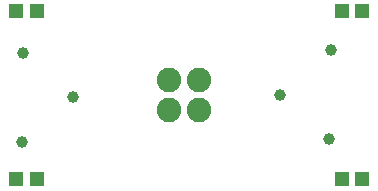
<source format=gbr>
G04 #@! TF.GenerationSoftware,KiCad,Pcbnew,5.1.2*
G04 #@! TF.CreationDate,2019-06-28T20:41:13-07:00*
G04 #@! TF.ProjectId,bow-tie.svg.2019_06_28_19_52_47.0,626f772d-7469-4652-9e73-76672e323031,rev?*
G04 #@! TF.SameCoordinates,Original*
G04 #@! TF.FileFunction,Soldermask,Top*
G04 #@! TF.FilePolarity,Negative*
%FSLAX46Y46*%
G04 Gerber Fmt 4.6, Leading zero omitted, Abs format (unit mm)*
G04 Created by KiCad (PCBNEW 5.1.2) date 2019-06-28 20:41:13*
%MOMM*%
%LPD*%
G04 APERTURE LIST*
%ADD10C,1.000000*%
%ADD11C,2.082800*%
%ADD12R,1.201420X1.201420*%
G04 APERTURE END LIST*
D10*
X13081000Y3937000D03*
X8763000Y127000D03*
X12954000Y-3556000D03*
X-12954000Y3683000D03*
X-8763000Y0D03*
X-13081000Y-3810000D03*
D11*
X-635000Y1397000D03*
X-635000Y-1143000D03*
X1905000Y1397000D03*
X1905000Y-1143000D03*
D12*
X-13576300Y-6985000D03*
X-11823700Y-6985000D03*
X-11823700Y7239000D03*
X-13576300Y7239000D03*
X13982700Y7239000D03*
X15735300Y7239000D03*
X15735300Y-6985000D03*
X13982700Y-6985000D03*
M02*

</source>
